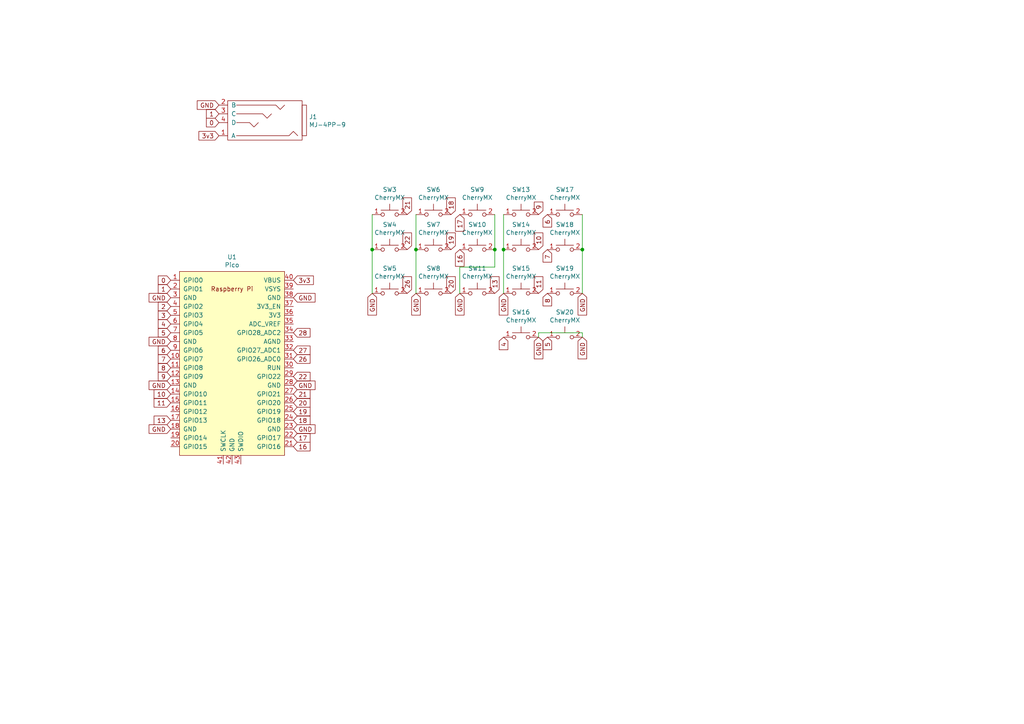
<source format=kicad_sch>
(kicad_sch (version 20230121) (generator eeschema)
  (paper "A4")
  (lib_symbols
    (symbol "Keeb-rescue:CherryMX-CherryMX" (pin_names (offset 0.254))
      (property "Reference" "SW" (at 2.54 3.175 0))
      (property "Value" "CherryMX_CherryMX" (at 0 -1.905 0))
      (symbol "CherryMX-CherryMX_1_1"
        (circle (center -2.032 0) (radius 0.508))
        (polyline (pts (xy 0 1.27) (xy 0 3.048)))
        (polyline (pts (xy 2.54 1.27) (xy -2.54 1.27)))
        (circle (center 2.032 0) (radius 0.508))
        (pin passive line (at -5.08 0 0) (length 2.54) (name "~") (number "1"))
        (pin passive line (at 5.08 0 180) (length 2.54) (name "~") (number "2"))
      )
    )
    (symbol "Keeb-rescue:MJ-4PP-9-MJ-4PP-9" (pin_names (offset 1.016))
      (property "Reference" "J" (at 0 7.62 0))
      (property "Value" "MJ-4PP-9_MJ-4PP-9" (at 0 -8.89 0))
      (symbol "MJ-4PP-9-MJ-4PP-9_0_1"
        (rectangle (start -10.16 3.81) (end -11.43 -5.08))
        (polyline (pts (xy 8.89 -5.08) (xy -2.54 -5.08) (xy -3.81 -3.81) (xy -5.08 -5.08)))
        (polyline (pts (xy 8.89 -2.54) (xy 1.27 -2.54) (xy 0 -1.27) (xy -1.27 -2.54)))
        (polyline (pts (xy 8.89 0) (xy 5.08 0) (xy 3.81 1.27) (xy 2.54 0)))
        (polyline (pts (xy 8.89 3.81) (xy -6.35 3.81) (xy -7.62 2.54) (xy -8.89 3.81)))
        (rectangle (start 11.43 5.08) (end -10.16 -6.35))
      )
      (symbol "MJ-4PP-9-MJ-4PP-9_1_1"
        (pin input line (at 13.97 3.81 180) (length 2.54) (name "A") (number "1"))
        (pin input line (at 13.97 -5.08 180) (length 2.54) (name "B") (number "2"))
        (pin input line (at 13.97 -2.54 180) (length 2.54) (name "C") (number "3"))
        (pin input line (at 13.97 0 180) (length 2.54) (name "D") (number "4"))
      )
    )
    (symbol "Keeb-rescue:Pico-MCU_RaspberryPi_and_Boards" (pin_names (offset 1.016))
      (property "Reference" "U" (at -13.97 27.94 0))
      (property "Value" "MCU_RaspberryPi_and_Boards_Pico" (at 0 19.05 0))
      (symbol "Pico-MCU_RaspberryPi_and_Boards_0_0"
        (text "Raspberry Pi" (at 0 21.59 0) (effects (font (size 1.27 1.27))))
      )
      (symbol "Pico-MCU_RaspberryPi_and_Boards_0_1"
        (rectangle (start -15.24 26.67) (end 15.24 -26.67) (fill (type background)))
      )
      (symbol "Pico-MCU_RaspberryPi_and_Boards_1_1"
        (pin bidirectional line (at -17.78 24.13 0) (length 2.54) (name "GPIO0") (number "1"))
        (pin bidirectional line (at -17.78 1.27 0) (length 2.54) (name "GPIO7") (number "10"))
        (pin bidirectional line (at -17.78 -1.27 0) (length 2.54) (name "GPIO8") (number "11"))
        (pin bidirectional line (at -17.78 -3.81 0) (length 2.54) (name "GPIO9") (number "12"))
        (pin power_in line (at -17.78 -6.35 0) (length 2.54) (name "GND") (number "13"))
        (pin bidirectional line (at -17.78 -8.89 0) (length 2.54) (name "GPIO10") (number "14"))
        (pin bidirectional line (at -17.78 -11.43 0) (length 2.54) (name "GPIO11") (number "15"))
        (pin bidirectional line (at -17.78 -13.97 0) (length 2.54) (name "GPIO12") (number "16"))
        (pin bidirectional line (at -17.78 -16.51 0) (length 2.54) (name "GPIO13") (number "17"))
        (pin power_in line (at -17.78 -19.05 0) (length 2.54) (name "GND") (number "18"))
        (pin bidirectional line (at -17.78 -21.59 0) (length 2.54) (name "GPIO14") (number "19"))
        (pin bidirectional line (at -17.78 21.59 0) (length 2.54) (name "GPIO1") (number "2"))
        (pin bidirectional line (at -17.78 -24.13 0) (length 2.54) (name "GPIO15") (number "20"))
        (pin bidirectional line (at 17.78 -24.13 180) (length 2.54) (name "GPIO16") (number "21"))
        (pin bidirectional line (at 17.78 -21.59 180) (length 2.54) (name "GPIO17") (number "22"))
        (pin power_in line (at 17.78 -19.05 180) (length 2.54) (name "GND") (number "23"))
        (pin bidirectional line (at 17.78 -16.51 180) (length 2.54) (name "GPIO18") (number "24"))
        (pin bidirectional line (at 17.78 -13.97 180) (length 2.54) (name "GPIO19") (number "25"))
        (pin bidirectional line (at 17.78 -11.43 180) (length 2.54) (name "GPIO20") (number "26"))
        (pin bidirectional line (at 17.78 -8.89 180) (length 2.54) (name "GPIO21") (number "27"))
        (pin power_in line (at 17.78 -6.35 180) (length 2.54) (name "GND") (number "28"))
        (pin bidirectional line (at 17.78 -3.81 180) (length 2.54) (name "GPIO22") (number "29"))
        (pin power_in line (at -17.78 19.05 0) (length 2.54) (name "GND") (number "3"))
        (pin input line (at 17.78 -1.27 180) (length 2.54) (name "RUN") (number "30"))
        (pin bidirectional line (at 17.78 1.27 180) (length 2.54) (name "GPIO26_ADC0") (number "31"))
        (pin bidirectional line (at 17.78 3.81 180) (length 2.54) (name "GPIO27_ADC1") (number "32"))
        (pin power_in line (at 17.78 6.35 180) (length 2.54) (name "AGND") (number "33"))
        (pin bidirectional line (at 17.78 8.89 180) (length 2.54) (name "GPIO28_ADC2") (number "34"))
        (pin unspecified line (at 17.78 11.43 180) (length 2.54) (name "ADC_VREF") (number "35"))
        (pin unspecified line (at 17.78 13.97 180) (length 2.54) (name "3V3") (number "36"))
        (pin input line (at 17.78 16.51 180) (length 2.54) (name "3V3_EN") (number "37"))
        (pin bidirectional line (at 17.78 19.05 180) (length 2.54) (name "GND") (number "38"))
        (pin unspecified line (at 17.78 21.59 180) (length 2.54) (name "VSYS") (number "39"))
        (pin bidirectional line (at -17.78 16.51 0) (length 2.54) (name "GPIO2") (number "4"))
        (pin unspecified line (at 17.78 24.13 180) (length 2.54) (name "VBUS") (number "40"))
        (pin input line (at -2.54 -29.21 90) (length 2.54) (name "SWCLK") (number "41"))
        (pin power_in line (at 0 -29.21 90) (length 2.54) (name "GND") (number "42"))
        (pin bidirectional line (at 2.54 -29.21 90) (length 2.54) (name "SWDIO") (number "43"))
        (pin bidirectional line (at -17.78 13.97 0) (length 2.54) (name "GPIO3") (number "5"))
        (pin bidirectional line (at -17.78 11.43 0) (length 2.54) (name "GPIO4") (number "6"))
        (pin bidirectional line (at -17.78 8.89 0) (length 2.54) (name "GPIO5") (number "7"))
        (pin power_in line (at -17.78 6.35 0) (length 2.54) (name "GND") (number "8"))
        (pin bidirectional line (at -17.78 3.81 0) (length 2.54) (name "GPIO6") (number "9"))
      )
    )
  )
  (junction (at 146.05 72.39))
  (junction (at 143.51 72.39))
  (junction (at 168.91 72.39))
  (junction (at 107.95 72.39))
  (junction (at 120.65 72.39))
  (wire (pts (xy 146.05 62.23) (xy 146.05 72.39)))
  (wire (pts (xy 156.21 96.52) (xy 168.91 96.52)))
  (wire (pts (xy 143.51 62.23) (xy 143.51 72.39)))
  (wire (pts (xy 168.91 62.23) (xy 168.91 72.39)))
  (wire (pts (xy 133.35 77.47) (xy 133.35 85.09)))
  (wire (pts (xy 156.21 97.79) (xy 156.21 96.52)))
  (wire (pts (xy 143.51 77.47) (xy 133.35 77.47)))
  (wire (pts (xy 120.65 72.39) (xy 120.65 85.09)))
  (wire (pts (xy 107.95 62.23) (xy 107.95 72.39)))
  (wire (pts (xy 107.95 72.39) (xy 107.95 85.09)))
  (wire (pts (xy 120.65 62.23) (xy 120.65 72.39)))
  (wire (pts (xy 146.05 72.39) (xy 146.05 85.09)))
  (wire (pts (xy 168.91 96.52) (xy 168.91 97.79)))
  (wire (pts (xy 143.51 72.39) (xy 143.51 77.47)))
  (wire (pts (xy 168.91 72.39) (xy 168.91 85.09)))
  (global_label "5" (shape input) (at 49.53 96.52 180) (property "Intersheetrefs" "${INTERSHEET_REFS}" (effects hide)))
  (global_label "26" (shape input) (at 118.11 85.09 90) (property "Intersheetrefs" "${INTERSHEET_REFS}" (effects hide)))
  (global_label "20" (shape input) (at 130.81 85.09 90) (property "Intersheetrefs" "${INTERSHEET_REFS}" (effects hide)))
  (global_label "GND" (shape input) (at 120.65 85.09 270) (property "Intersheetrefs" "${INTERSHEET_REFS}" (effects hide)))
  (global_label "GND" (shape input) (at 49.53 124.46 180) (property "Intersheetrefs" "${INTERSHEET_REFS}" (effects hide)))
  (global_label "11" (shape input) (at 49.53 116.84 180) (property "Intersheetrefs" "${INTERSHEET_REFS}" (effects hide)))
  (global_label "3" (shape input) (at 49.53 91.44 180) (property "Intersheetrefs" "${INTERSHEET_REFS}" (effects hide)))
  (global_label "GND" (shape input) (at 146.05 85.09 270) (property "Intersheetrefs" "${INTERSHEET_REFS}" (effects hide)))
  (global_label "10" (shape input) (at 156.21 72.39 90) (property "Intersheetrefs" "${INTERSHEET_REFS}" (effects hide)))
  (global_label "22" (shape input) (at 85.09 109.22 0) (property "Intersheetrefs" "${INTERSHEET_REFS}" (effects hide)))
  (global_label "GND" (shape input) (at 63.5 30.48 180) (property "Intersheetrefs" "${INTERSHEET_REFS}" (effects hide)))
  (global_label "3v3" (shape input) (at 63.5 39.37 180) (property "Intersheetrefs" "${INTERSHEET_REFS}" (effects hide)))
  (global_label "13" (shape input) (at 49.53 121.92 180) (property "Intersheetrefs" "${INTERSHEET_REFS}" (effects hide)))
  (global_label "GND" (shape input) (at 168.91 85.09 270) (property "Intersheetrefs" "${INTERSHEET_REFS}" (effects hide)))
  (global_label "0" (shape input) (at 63.5 35.56 180) (property "Intersheetrefs" "${INTERSHEET_REFS}" (effects hide)))
  (global_label "9" (shape input) (at 156.21 62.23 90) (property "Intersheetrefs" "${INTERSHEET_REFS}" (effects hide)))
  (global_label "17" (shape input) (at 133.35 62.23 270) (property "Intersheetrefs" "${INTERSHEET_REFS}" (effects hide)))
  (global_label "16" (shape input) (at 133.35 72.39 270) (property "Intersheetrefs" "${INTERSHEET_REFS}" (effects hide)))
  (global_label "27" (shape input) (at 85.09 101.6 0) (property "Intersheetrefs" "${INTERSHEET_REFS}" (effects hide)))
  (global_label "18" (shape input) (at 130.81 62.23 90) (property "Intersheetrefs" "${INTERSHEET_REFS}" (effects hide)))
  (global_label "11" (shape input) (at 156.21 85.09 90) (property "Intersheetrefs" "${INTERSHEET_REFS}" (effects hide)))
  (global_label "28" (shape input) (at 85.09 96.52 0) (property "Intersheetrefs" "${INTERSHEET_REFS}" (effects hide)))
  (global_label "4" (shape input) (at 146.05 97.79 270) (property "Intersheetrefs" "${INTERSHEET_REFS}" (effects hide)))
  (global_label "GND" (shape input) (at 168.91 97.79 270) (property "Intersheetrefs" "${INTERSHEET_REFS}" (effects hide)))
  (global_label "GND" (shape input) (at 49.53 111.76 180) (property "Intersheetrefs" "${INTERSHEET_REFS}" (effects hide)))
  (global_label "17" (shape input) (at 85.09 127 0) (property "Intersheetrefs" "${INTERSHEET_REFS}" (effects hide)))
  (global_label "18" (shape input) (at 85.09 121.92 0) (property "Intersheetrefs" "${INTERSHEET_REFS}" (effects hide)))
  (global_label "4" (shape input) (at 49.53 93.98 180) (property "Intersheetrefs" "${INTERSHEET_REFS}" (effects hide)))
  (global_label "GND" (shape input) (at 49.53 86.36 180) (property "Intersheetrefs" "${INTERSHEET_REFS}" (effects hide)))
  (global_label "20" (shape input) (at 85.09 116.84 0) (property "Intersheetrefs" "${INTERSHEET_REFS}" (effects hide)))
  (global_label "GND" (shape input) (at 107.95 85.09 270) (property "Intersheetrefs" "${INTERSHEET_REFS}" (effects hide)))
  (global_label "GND" (shape input) (at 85.09 111.76 0) (property "Intersheetrefs" "${INTERSHEET_REFS}" (effects hide)))
  (global_label "GND" (shape input) (at 133.35 85.09 270) (property "Intersheetrefs" "${INTERSHEET_REFS}" (effects hide)))
  (global_label "21" (shape input) (at 118.11 62.23 90) (property "Intersheetrefs" "${INTERSHEET_REFS}" (effects hide)))
  (global_label "9" (shape input) (at 49.53 109.22 180) (property "Intersheetrefs" "${INTERSHEET_REFS}" (effects hide)))
  (global_label "GND" (shape input) (at 49.53 99.06 180) (property "Intersheetrefs" "${INTERSHEET_REFS}" (effects hide)))
  (global_label "2" (shape input) (at 49.53 88.9 180) (property "Intersheetrefs" "${INTERSHEET_REFS}" (effects hide)))
  (global_label "19" (shape input) (at 130.81 72.39 90) (property "Intersheetrefs" "${INTERSHEET_REFS}" (effects hide)))
  (global_label "1" (shape input) (at 63.5 33.02 180) (property "Intersheetrefs" "${INTERSHEET_REFS}" (effects hide)))
  (global_label "8" (shape input) (at 158.75 85.09 270) (property "Intersheetrefs" "${INTERSHEET_REFS}" (effects hide)))
  (global_label "0" (shape input) (at 49.53 81.28 180) (property "Intersheetrefs" "${INTERSHEET_REFS}" (effects hide)))
  (global_label "7" (shape input) (at 158.75 72.39 270) (property "Intersheetrefs" "${INTERSHEET_REFS}" (effects hide)))
  (global_label "6" (shape input) (at 158.75 62.23 270) (property "Intersheetrefs" "${INTERSHEET_REFS}" (effects hide)))
  (global_label "7" (shape input) (at 49.53 104.14 180) (property "Intersheetrefs" "${INTERSHEET_REFS}" (effects hide)))
  (global_label "GND" (shape input) (at 156.21 97.79 270) (property "Intersheetrefs" "${INTERSHEET_REFS}" (effects hide)))
  (global_label "19" (shape input) (at 85.09 119.38 0) (property "Intersheetrefs" "${INTERSHEET_REFS}" (effects hide)))
  (global_label "22" (shape input) (at 118.11 72.39 90) (property "Intersheetrefs" "${INTERSHEET_REFS}" (effects hide)))
  (global_label "21" (shape input) (at 85.09 114.3 0) (property "Intersheetrefs" "${INTERSHEET_REFS}" (effects hide)))
  (global_label "3v3" (shape input) (at 85.09 81.28 0) (property "Intersheetrefs" "${INTERSHEET_REFS}" (effects hide)))
  (global_label "16" (shape input) (at 85.09 129.54 0) (property "Intersheetrefs" "${INTERSHEET_REFS}" (effects hide)))
  (global_label "26" (shape input) (at 85.09 104.14 0) (property "Intersheetrefs" "${INTERSHEET_REFS}" (effects hide)))
  (global_label "GND" (shape input) (at 85.09 86.36 0) (property "Intersheetrefs" "${INTERSHEET_REFS}" (effects hide)))
  (global_label "6" (shape input) (at 49.53 101.6 180) (property "Intersheetrefs" "${INTERSHEET_REFS}" (effects hide)))
  (global_label "8" (shape input) (at 49.53 106.68 180) (property "Intersheetrefs" "${INTERSHEET_REFS}" (effects hide)))
  (global_label "10" (shape input) (at 49.53 114.3 180) (property "Intersheetrefs" "${INTERSHEET_REFS}" (effects hide)))
  (global_label "1" (shape input) (at 49.53 83.82 180) (property "Intersheetrefs" "${INTERSHEET_REFS}" (effects hide)))
  (global_label "GND" (shape input) (at 85.09 124.46 0) (property "Intersheetrefs" "${INTERSHEET_REFS}" (effects hide)))
  (global_label "13" (shape input) (at 143.51 85.09 90) (property "Intersheetrefs" "${INTERSHEET_REFS}" (effects hide)))
  (global_label "5" (shape input) (at 158.75 97.79 270) (property "Intersheetrefs" "${INTERSHEET_REFS}" (effects hide)))
  (symbol (lib_id "Keeb-rescue:Pico-MCU_RaspberryPi_and_Boards") (at 67.31 105.41 0) (unit 1)
    (property "Reference" "U1" (at 67.31 74.549 0))
    (property "Value" "Pico" (at 67.31 76.8604 0))
    (property "Footprint" "MCU_RaspberryPi_and_Boards:RPi_Pico_SMD_TH" (effects hide))
  )
  (symbol (lib_id "Keeb-rescue:CherryMX-CherryMX") (at 113.03 62.23 0) (unit 1)
    (property "Reference" "SW3" (at 113.03 54.991 0))
    (property "Value" "CherryMX" (at 113.03 57.3024 0))
    (property "Footprint" "ScottoKeebs_MX:MX_PCB_1.00u" (effects hide))
  )
  (symbol (lib_id "Keeb-rescue:CherryMX-CherryMX") (at 125.73 62.23 0) (unit 1)
    (property "Reference" "SW6" (at 125.73 54.991 0))
    (property "Value" "CherryMX" (at 125.73 57.3024 0))
    (property "Footprint" "ScottoKeebs_MX:MX_PCB_1.00u" (effects hide))
  )
  (symbol (lib_id "Keeb-rescue:CherryMX-CherryMX") (at 138.43 62.23 0) (unit 1)
    (property "Reference" "SW9" (at 138.43 54.991 0))
    (property "Value" "CherryMX" (at 138.43 57.3024 0))
    (property "Footprint" "ScottoKeebs_MX:MX_PCB_1.00u" (effects hide))
  )
  (symbol (lib_id "Keeb-rescue:CherryMX-CherryMX") (at 151.13 62.23 0) (unit 1)
    (property "Reference" "SW13" (at 151.13 54.991 0))
    (property "Value" "CherryMX" (at 151.13 57.3024 0))
    (property "Footprint" "ScottoKeebs_MX:MX_PCB_1.00u" (effects hide))
  )
  (symbol (lib_id "Keeb-rescue:CherryMX-CherryMX") (at 163.83 62.23 0) (unit 1)
    (property "Reference" "SW17" (at 163.83 54.991 0))
    (property "Value" "CherryMX" (at 163.83 57.3024 0))
    (property "Footprint" "ScottoKeebs_MX:MX_PCB_1.00u" (effects hide))
  )
  (symbol (lib_id "Keeb-rescue:CherryMX-CherryMX") (at 113.03 72.39 0) (unit 1)
    (property "Reference" "SW4" (at 113.03 65.151 0))
    (property "Value" "CherryMX" (at 113.03 67.4624 0))
    (property "Footprint" "ScottoKeebs_MX:MX_PCB_1.00u" (effects hide))
  )
  (symbol (lib_id "Keeb-rescue:CherryMX-CherryMX") (at 125.73 72.39 0) (unit 1)
    (property "Reference" "SW7" (at 125.73 65.151 0))
    (property "Value" "CherryMX" (at 125.73 67.4624 0))
    (property "Footprint" "ScottoKeebs_MX:MX_PCB_1.00u" (effects hide))
  )
  (symbol (lib_id "Keeb-rescue:CherryMX-CherryMX") (at 138.43 72.39 0) (unit 1)
    (property "Reference" "SW10" (at 138.43 65.151 0))
    (property "Value" "CherryMX" (at 138.43 67.4624 0))
    (property "Footprint" "ScottoKeebs_MX:MX_PCB_1.00u" (effects hide))
  )
  (symbol (lib_id "Keeb-rescue:CherryMX-CherryMX") (at 151.13 72.39 0) (unit 1)
    (property "Reference" "SW14" (at 151.13 65.151 0))
    (property "Value" "CherryMX" (at 151.13 67.4624 0))
    (property "Footprint" "ScottoKeebs_MX:MX_PCB_1.00u" (effects hide))
  )
  (symbol (lib_id "Keeb-rescue:CherryMX-CherryMX") (at 163.83 72.39 0) (unit 1)
    (property "Reference" "SW18" (at 163.83 65.151 0))
    (property "Value" "CherryMX" (at 163.83 67.4624 0))
    (property "Footprint" "ScottoKeebs_MX:MX_PCB_1.00u" (effects hide))
  )
  (symbol (lib_id "Keeb-rescue:CherryMX-CherryMX") (at 113.03 85.09 0) (unit 1)
    (property "Reference" "SW5" (at 113.03 77.851 0))
    (property "Value" "CherryMX" (at 113.03 80.1624 0))
    (property "Footprint" "ScottoKeebs_MX:MX_PCB_1.00u" (effects hide))
  )
  (symbol (lib_id "Keeb-rescue:CherryMX-CherryMX") (at 125.73 85.09 0) (unit 1)
    (property "Reference" "SW8" (at 125.73 77.851 0))
    (property "Value" "CherryMX" (at 125.73 80.1624 0))
    (property "Footprint" "ScottoKeebs_MX:MX_PCB_1.00u" (effects hide))
  )
  (symbol (lib_id "Keeb-rescue:CherryMX-CherryMX") (at 138.43 85.09 0) (unit 1)
    (property "Reference" "SW11" (at 138.43 77.851 0))
    (property "Value" "CherryMX" (at 138.43 80.1624 0))
    (property "Footprint" "ScottoKeebs_MX:MX_PCB_1.00u" (effects hide))
  )
  (symbol (lib_id "Keeb-rescue:CherryMX-CherryMX") (at 151.13 85.09 0) (unit 1)
    (property "Reference" "SW15" (at 151.13 77.851 0))
    (property "Value" "CherryMX" (at 151.13 80.1624 0))
    (property "Footprint" "ScottoKeebs_MX:MX_PCB_1.00u" (effects hide))
  )
  (symbol (lib_id "Keeb-rescue:CherryMX-CherryMX") (at 163.83 85.09 0) (unit 1)
    (property "Reference" "SW19" (at 163.83 77.851 0))
    (property "Value" "CherryMX" (at 163.83 80.1624 0))
    (property "Footprint" "ScottoKeebs_MX:MX_PCB_1.00u" (effects hide))
  )
  (symbol (lib_id "Keeb-rescue:CherryMX-CherryMX") (at 151.13 97.79 0) (unit 1)
    (property "Reference" "SW16" (at 151.13 90.551 0))
    (property "Value" "CherryMX" (at 151.13 92.8624 0))
    (property "Footprint" "ScottoKeebs_MX:MX_PCB_1.00u" (effects hide))
  )
  (symbol (lib_id "Keeb-rescue:CherryMX-CherryMX") (at 163.83 97.79 0) (unit 1)
    (property "Reference" "SW20" (at 163.83 90.551 0))
    (property "Value" "CherryMX" (at 163.83 92.8624 0))
    (property "Footprint" "ScottoKeebs_MX:MX_PCB_1.00u" (effects hide))
  )
  (symbol (lib_id "Keeb-rescue:MJ-4PP-9-MJ-4PP-9") (at 77.47 35.56 180) (unit 1)
    (property "Reference" "J1" (at 89.6112 33.8836 0) (effects (justify right)))
    (property "Value" "MJ-4PP-9" (at 89.6112 36.195 0) (effects (justify right)))
    (property "Footprint" "MJ-4PP-9:MJ-4PP-9_no_silk" (effects hide))
  )
)
</source>
